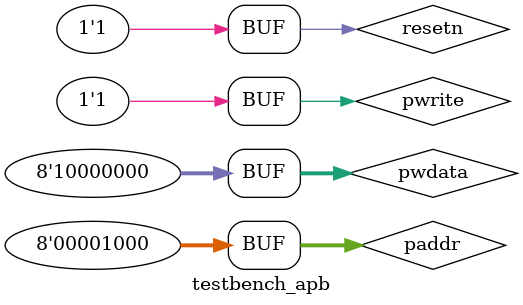
<source format=v>
`timescale 10ns/1ns // 10 MHz clk

module testbench_apb;

// inputs
reg [7:0] paddr;
reg [7:0] pwdata;
reg pwrite;
reg resetn;
// outpus
wire pslverr;
wire pready;
wire [7:0] prdata;
wire xclk;
wire sioc;
wire siod;
wire cam_pwdn;
wire cam_rstn;

// APB registers
parameter   IDADDR_RW_REG   = 8'h00;
// If I wanted separate registers for ID addres and RW bit...
//parameter   IDADDR_REG   = 8'h00;
//parameter   READWRITE_REG   = 8'h04;
parameter   SUBADDR_REG     = 8'h04;
parameter   WDATA_REG       = 8'h08;
parameter   RDATA_REG       = 8'h0C;
parameter   START_REG       = 8'h10;
parameter	DONE_REG		= 8'h14;
parameter   IDLE            = 8'h18;
/* Not sure about these registers yet
parameter   ACK_ID          = 8'h1C;
parameter   ACK_SUB         = 8'h20;
parameter   ACK_WR          = 8'h24;
// or just make one ACK register for all three
parameter   ACK =           = 8'h28;
*/

initial begin
	resetn = 0;
    
	#1; resetn = 1;
end

/*sccb_design design_0 (
    .xclk(xclk),
    .DEVRST_N(resetn),
    .sioc(sioc),
    .siod(siod),
    .cam_rstn(cam_rstn),
    .cam_pwdn(cam_pwdn) // Grounded
);*/

sccb_apb sccb_apb_0 (
    .PADDR(paddr),
    .PWDATA(pwdata),
    .PWRITE(pwrite),
    .DEVRST_N(resetn),
    .PSLVERR(pslverr),
    .PREADY(pready),
    .PRDATA(prdata),
    .sioc(sioc),
    .siod(siod),
    .cam_pwdn(cam_pwdn),
    .cam_rstn(cam_rstn),
    .xclk(xclk)
);

initial begin
    // send id addr + rw(reg = 0x00)
    paddr = IDADDR_RW_REG;
    pwdata = 8'h42; // write = 0x42, read = 0x43
    pwrite = 1;
    #1; // delay one clock
    paddr = SUBADDR_REG;
    pwdata = 8'h12; // SCCB Reset Register
    #1;
    paddr = WDATA_REG;
    pwdata = 8'h80; // SCCB Reset Register
    
    // wait for DONE signal
end

endmodule
</source>
